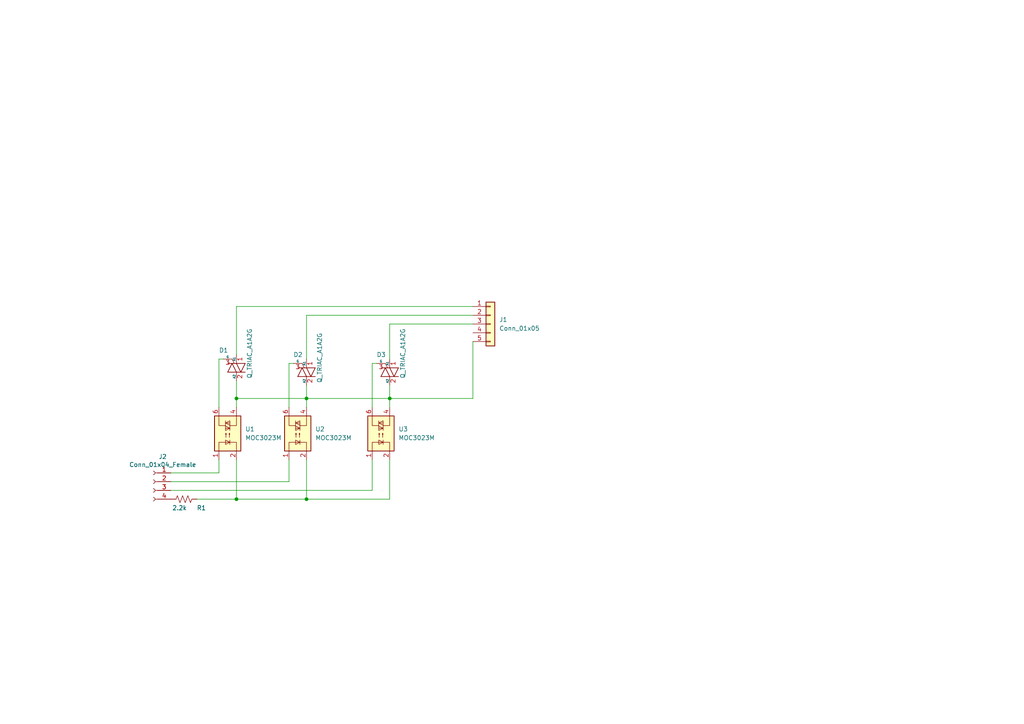
<source format=kicad_sch>
(kicad_sch (version 20211123) (generator eeschema)
  (paper "A4")
  (lib_symbols
    (symbol "Connector:Conn_01x04_Female" (pin_names (offset 1.016) hide)
      (property "Reference" "J" (at 0 5.08 0))
      (property "Value" "Conn_01x04_Female" (at 0 -7.62 0))
      (symbol "Conn_01x04_Female_1_1"
        (arc (start 0 -4.572) (mid -0.508 -5.08) (end 0 -5.588) (stroke (width 0.1524)))
        (arc (start 0 -2.032) (mid -0.508 -2.54) (end 0 -3.048) (stroke (width 0.1524)))
        (polyline (pts (xy -1.27 -5.08) (xy -0.508 -5.08)) (stroke (width 0.1524)))
        (polyline (pts (xy -1.27 -2.54) (xy -0.508 -2.54)) (stroke (width 0.1524)))
        (polyline (pts (xy -1.27 0) (xy -0.508 0)) (stroke (width 0.1524)))
        (polyline (pts (xy -1.27 2.54) (xy -0.508 2.54)) (stroke (width 0.1524)))
        (arc (start 0 0.508) (mid -0.508 0) (end 0 -0.508) (stroke (width 0.1524)))
        (arc (start 0 3.048) (mid -0.508 2.54) (end 0 2.032) (stroke (width 0.1524)))
        (pin passive line (at -5.08 2.54 0) (length 3.81) (name "Pin_1") (number "1"))
        (pin passive line (at -5.08 0 0) (length 3.81) (name "Pin_2") (number "2"))
        (pin passive line (at -5.08 -2.54 0) (length 3.81) (name "Pin_3") (number "3"))
        (pin passive line (at -5.08 -5.08 0) (length 3.81) (name "Pin_4") (number "4"))
      )
    )
    (symbol "Connector_Generic:Conn_01x05" (pin_names (offset 1.016) hide)
      (property "Reference" "J" (at 0 7.62 0))
      (property "Value" "Conn_01x05" (at 0 -7.62 0))
      (symbol "Conn_01x05_1_1"
        (rectangle (start -1.27 -4.953) (end 0 -5.207) (stroke (width 0.1524)))
        (rectangle (start -1.27 -2.413) (end 0 -2.667) (stroke (width 0.1524)))
        (rectangle (start -1.27 0.127) (end 0 -0.127) (stroke (width 0.1524)))
        (rectangle (start -1.27 2.667) (end 0 2.413) (stroke (width 0.1524)))
        (rectangle (start -1.27 5.207) (end 0 4.953) (stroke (width 0.1524)))
        (rectangle (start -1.27 6.35) (end 1.27 -6.35) (stroke (width 0.254)) (fill (type background)))
        (pin passive line (at -5.08 5.08 0) (length 3.81) (name "Pin_1") (number "1"))
        (pin passive line (at -5.08 2.54 0) (length 3.81) (name "Pin_2") (number "2"))
        (pin passive line (at -5.08 0 0) (length 3.81) (name "Pin_3") (number "3"))
        (pin passive line (at -5.08 -2.54 0) (length 3.81) (name "Pin_4") (number "4"))
        (pin passive line (at -5.08 -5.08 0) (length 3.81) (name "Pin_5") (number "5"))
      )
    )
    (symbol "Device:Q_TRIAC_A1A2G" (pin_names (offset 0))
      (property "Reference" "D" (at 3.175 0.635 0))
      (property "Value" "Q_TRIAC_A1A2G" (at 3.175 -1.27 0))
      (symbol "Q_TRIAC_A1A2G_0_1"
        (polyline (pts (xy -2.54 -1.27) (xy 2.54 -1.27)) (stroke (width 0.2032)))
        (polyline (pts (xy -2.54 1.27) (xy 2.54 1.27)) (stroke (width 0.2032)))
        (polyline (pts (xy -1.27 -2.54) (xy -0.635 -1.27)))
        (polyline (pts (xy -2.54 1.27) (xy -1.27 -1.27) (xy 0 1.27)) (stroke (width 0.2032)))
        (polyline (pts (xy 0 -1.27) (xy 1.27 1.27) (xy 2.54 -1.27)) (stroke (width 0.2032)))
      )
      (symbol "Q_TRIAC_A1A2G_1_1"
        (pin passive line (at 0 -3.81 90) (length 2.54) (name "A1") (number "1"))
        (pin passive line (at 0 3.81 270) (length 2.54) (name "A2") (number "2"))
        (pin input line (at -3.81 -2.54 0) (length 2.54) (name "G") (number "3"))
      )
    )
    (symbol "Device:R_US" (pin_numbers hide) (pin_names (offset 0))
      (property "Reference" "R" (at 2.54 0 90))
      (property "Value" "R_US" (at -2.54 0 90))
      (symbol "R_US_0_1"
        (polyline (pts (xy 0 -2.286) (xy 0 -2.54)))
        (polyline (pts (xy 0 2.286) (xy 0 2.54)))
        (polyline (pts (xy 0 -0.762) (xy 1.016 -1.143) (xy 0 -1.524) (xy -1.016 -1.905) (xy 0 -2.286)))
        (polyline (pts (xy 0 0.762) (xy 1.016 0.381) (xy 0 0) (xy -1.016 -0.381) (xy 0 -0.762)))
        (polyline (pts (xy 0 2.286) (xy 1.016 1.905) (xy 0 1.524) (xy -1.016 1.143) (xy 0 0.762)))
      )
      (symbol "R_US_1_1"
        (pin passive line (at 0 3.81 270) (length 1.27) (name "~") (number "1"))
        (pin passive line (at 0 -3.81 90) (length 1.27) (name "~") (number "2"))
      )
    )
    (symbol "Relay_SolidState:MOC3023M"
      (property "Reference" "U" (at -5.334 4.826 0))
      (property "Value" "MOC3023M" (at 0 5.08 0))
      (symbol "MOC3023M_0_1"
        (rectangle (start -5.08 3.81) (end 5.08 -3.81) (stroke (width 0.254)) (fill (type background)))
        (polyline (pts (xy -3.175 -0.635) (xy -1.905 -0.635)))
        (polyline (pts (xy 1.524 -0.635) (xy 1.524 0.635)))
        (polyline (pts (xy 3.048 0.635) (xy 3.048 -0.635)))
        (polyline (pts (xy 2.286 -0.635) (xy 2.286 -2.54) (xy 5.08 -2.54)))
        (polyline (pts (xy 2.286 0.635) (xy 2.286 2.54) (xy 5.08 2.54)))
        (polyline (pts (xy -5.08 2.54) (xy -2.54 2.54) (xy -2.54 -2.54) (xy -5.08 -2.54)))
        (polyline (pts (xy -2.54 -0.635) (xy -3.175 0.635) (xy -1.905 0.635) (xy -2.54 -0.635)))
        (polyline (pts (xy 0.889 -0.635) (xy 3.683 -0.635) (xy 3.048 0.635) (xy 2.413 -0.635)))
        (polyline (pts (xy 3.683 0.635) (xy 0.889 0.635) (xy 1.524 -0.635) (xy 2.159 0.635)))
        (polyline (pts (xy -1.143 -0.508) (xy 0.127 -0.508) (xy -0.254 -0.635) (xy -0.254 -0.381) (xy 0.127 -0.508)))
        (polyline (pts (xy -1.143 0.508) (xy 0.127 0.508) (xy -0.254 0.381) (xy -0.254 0.635) (xy 0.127 0.508)))
      )
      (symbol "MOC3023M_1_1"
        (pin passive line (at -7.62 2.54 0) (length 2.54) (name "~") (number "1"))
        (pin passive line (at -7.62 -2.54 0) (length 2.54) (name "~") (number "2"))
        (pin no_connect line (at -5.08 0 0) (length 2.54) hide (name "NC") (number "3"))
        (pin passive line (at 7.62 -2.54 180) (length 2.54) (name "~") (number "4"))
        (pin no_connect line (at 5.08 0 180) (length 2.54) hide (name "NC") (number "5"))
        (pin passive line (at 7.62 2.54 180) (length 2.54) (name "~") (number "6"))
      )
    )
  )
  (junction (at 88.9 144.78))
  (junction (at 68.58 115.57))
  (junction (at 68.58 144.78))
  (junction (at 88.9 115.57))
  (junction (at 113.03 115.57))
  (wire (pts (xy 113.03 111.76) (xy 113.03 115.57)))
  (wire (pts (xy 83.82 105.41) (xy 83.82 118.11)))
  (wire (pts (xy 68.58 110.49) (xy 68.58 115.57)))
  (wire (pts (xy 63.5 137.16) (xy 63.5 133.35)))
  (wire (pts (xy 88.9 91.44) (xy 88.9 104.14)))
  (wire (pts (xy 88.9 111.76) (xy 88.9 115.57)))
  (wire (pts (xy 107.95 142.24) (xy 107.95 133.35)))
  (wire (pts (xy 83.82 139.7) (xy 83.82 133.35)))
  (wire (pts (xy 137.16 88.9) (xy 68.58 88.9)))
  (wire (pts (xy 113.03 93.98) (xy 113.03 104.14)))
  (wire (pts (xy 88.9 115.57) (xy 88.9 118.11)))
  (wire (pts (xy 63.5 104.14) (xy 64.77 104.14)))
  (wire (pts (xy 68.58 144.78) (xy 88.9 144.78)))
  (wire (pts (xy 107.95 118.11) (xy 107.95 105.41)))
  (wire (pts (xy 88.9 144.78) (xy 88.9 133.35)))
  (wire (pts (xy 113.03 144.78) (xy 113.03 133.35)))
  (wire (pts (xy 107.95 105.41) (xy 109.22 105.41)))
  (wire (pts (xy 68.58 115.57) (xy 68.58 118.11)))
  (wire (pts (xy 49.53 142.24) (xy 107.95 142.24)))
  (wire (pts (xy 137.16 93.98) (xy 113.03 93.98)))
  (wire (pts (xy 137.16 115.57) (xy 113.03 115.57)))
  (wire (pts (xy 113.03 115.57) (xy 113.03 118.11)))
  (wire (pts (xy 68.58 88.9) (xy 68.58 102.87)))
  (wire (pts (xy 88.9 144.78) (xy 113.03 144.78)))
  (wire (pts (xy 57.15 144.78) (xy 68.58 144.78)))
  (wire (pts (xy 68.58 115.57) (xy 88.9 115.57)))
  (wire (pts (xy 49.53 137.16) (xy 63.5 137.16)))
  (wire (pts (xy 49.53 139.7) (xy 83.82 139.7)))
  (wire (pts (xy 137.16 91.44) (xy 88.9 91.44)))
  (wire (pts (xy 63.5 118.11) (xy 63.5 104.14)))
  (wire (pts (xy 68.58 144.78) (xy 68.58 133.35)))
  (wire (pts (xy 88.9 115.57) (xy 113.03 115.57)))
  (wire (pts (xy 137.16 99.06) (xy 137.16 115.57)))
  (wire (pts (xy 85.09 105.41) (xy 83.82 105.41)))
  (symbol (lib_id "Device:Q_TRIAC_A1A2G") (at 68.58 106.68 0) (mirror x) (unit 1)
    (property "Reference" "D1" (at 63.5 101.6 0) (effects (justify left)))
    (property "Value" "Q_TRIAC_A1A2G" (at 72.39 95.25 90) (effects (justify left)))
    (property "Footprint" "Package_TO_SOT_THT:TO-220-3_Vertical" (effects hide))
  )
  (symbol (lib_id "Device:Q_TRIAC_A1A2G") (at 88.9 107.95 0) (mirror x) (unit 1)
    (property "Reference" "D2" (at 85.09 102.87 0) (effects (justify left)))
    (property "Value" "Q_TRIAC_A1A2G" (at 92.71 96.52 90) (effects (justify left)))
    (property "Footprint" "Package_TO_SOT_THT:TO-220-3_Vertical" (effects hide))
  )
  (symbol (lib_id "Device:Q_TRIAC_A1A2G") (at 113.03 107.95 0) (mirror x) (unit 1)
    (property "Reference" "D3" (at 109.22 102.87 0) (effects (justify left)))
    (property "Value" "Q_TRIAC_A1A2G" (at 116.84 95.25 90) (effects (justify left)))
    (property "Footprint" "Package_TO_SOT_THT:TO-220-3_Vertical" (effects hide))
  )
  (symbol (lib_id "Connector:Conn_01x04_Female") (at 44.45 139.7 0) (mirror y) (unit 1)
    (property "Reference" "J2" (at 47.1932 132.461 0))
    (property "Value" "Conn_01x04_Female" (at 47.1932 134.7724 0))
    (property "Footprint" "Connector_PinHeader_2.54mm:PinHeader_1x04_P2.54mm_Vertical" (effects hide))
  )
  (symbol (lib_id "Device:R_US") (at 53.34 144.78 270) (unit 1)
    (property "Reference" "R1" (at 58.42 147.32 90))
    (property "Value" "2.2k" (at 52.07 147.32 90))
    (property "Footprint" "Resistor_THT:R_Axial_DIN0207_L6.3mm_D2.5mm_P7.62mm_Horizontal" (effects hide))
  )
  (symbol (lib_id "Relay_SolidState:MOC3023M") (at 110.49 125.73 90) (unit 1)
    (property "Reference" "U3" (at 115.57 124.4599 90) (effects (justify right)))
    (property "Value" "MOC3023M" (at 115.57 126.9999 90) (effects (justify right)))
    (property "Footprint" "Package_DIP:DIP-6_W7.62mm_Socket" (effects hide))
    (property "Datasheet" "https://www.onsemi.com/pub/Collateral/MOC3023M-D.PDF" (effects hide))
  )
  (symbol (lib_id "Connector_Generic:Conn_01x05") (at 142.24 93.98 0) (unit 1)
    (property "Reference" "J1" (at 144.78 92.7099 0) (effects (justify left)))
    (property "Value" "Conn_01x05" (at 144.78 95.2499 0) (effects (justify left)))
    (property "Footprint" "Connector_Phoenix_MC:PhoenixContact_MCV_1,5_5-G-3.5_1x05_P3.50mm_Vertical" (effects hide))
  )
  (symbol (lib_id "Relay_SolidState:MOC3023M") (at 86.36 125.73 90) (unit 1)
    (property "Reference" "U2" (at 91.44 124.4599 90) (effects (justify right)))
    (property "Value" "MOC3023M" (at 91.44 126.9999 90) (effects (justify right)))
    (property "Footprint" "Package_DIP:DIP-6_W7.62mm_Socket" (effects hide))
    (property "Datasheet" "https://www.onsemi.com/pub/Collateral/MOC3023M-D.PDF" (effects hide))
  )
  (symbol (lib_id "Relay_SolidState:MOC3023M") (at 66.04 125.73 90) (unit 1)
    (property "Reference" "U1" (at 71.12 124.4599 90) (effects (justify right)))
    (property "Value" "MOC3023M" (at 71.12 126.9999 90) (effects (justify right)))
    (property "Footprint" "Package_DIP:DIP-6_W7.62mm_Socket" (effects hide))
    (property "Datasheet" "https://www.onsemi.com/pub/Collateral/MOC3023M-D.PDF" (effects hide))
  )
)
</source>
